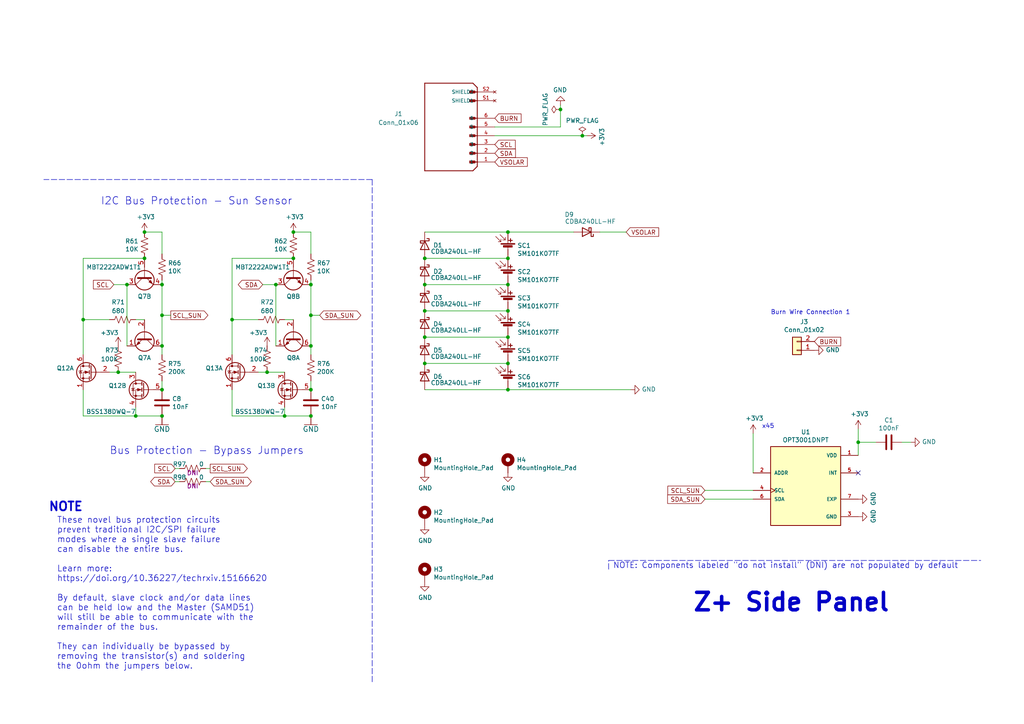
<source format=kicad_sch>
(kicad_sch (version 20211123) (generator eeschema)
  (paper "A4")
  (title_block (title "Sapling Z+ Side Panel") (date "2022-05-02") (rev "Flight Ver. 1") (company "Stanford SSI") (comment 1 "Grant Regen"))
  (lib_symbols
    (symbol "Connector_Generic:Conn_01x02" (pin_names (offset 1.016) hide)
      (property "Reference" "J" (at 0 2.54 0))
      (property "Value" "Conn_01x02" (at 0 -5.08 0))
      (symbol "Conn_01x02_1_1"
        (rectangle (start -1.27 -2.413) (end 0 -2.667) (stroke (width 0.1524)))
        (rectangle (start -1.27 0.127) (end 0 -0.127) (stroke (width 0.1524)))
        (rectangle (start -1.27 1.27) (end 1.27 -3.81) (stroke (width 0.254)) (fill (type background)))
        (pin passive line (at -5.08 0 0) (length 3.81) (name "Pin_1") (number "1"))
        (pin passive line (at -5.08 -2.54 0) (length 3.81) (name "Pin_2") (number "2"))
      )
    )
    (symbol "Device:C" (pin_numbers hide) (pin_names (offset 0.254))
      (property "Reference" "C" (at 0.635 2.54 0))
      (property "Value" "C" (at 0.635 -2.54 0))
      (symbol "C_0_1"
        (polyline (pts (xy -2.032 -0.762) (xy 2.032 -0.762)) (stroke (width 0.508)))
        (polyline (pts (xy -2.032 0.762) (xy 2.032 0.762)) (stroke (width 0.508)))
      )
      (symbol "C_1_1"
        (pin passive line (at 0 3.81 270) (length 2.794) (name "~") (number "1"))
        (pin passive line (at 0 -3.81 90) (length 2.794) (name "~") (number "2"))
      )
    )
    (symbol "Device:D_Schottky" (pin_numbers hide) (pin_names (offset 1.016) hide)
      (property "Reference" "D" (at 0 2.54 0))
      (property "Value" "D_Schottky" (at 0 -2.54 0))
      (symbol "D_Schottky_0_1"
        (polyline (pts (xy 1.27 0) (xy -1.27 0)))
        (polyline (pts (xy 1.27 1.27) (xy 1.27 -1.27) (xy -1.27 0) (xy 1.27 1.27)) (stroke (width 0.254)))
        (polyline (pts (xy -1.905 0.635) (xy -1.905 1.27) (xy -1.27 1.27) (xy -1.27 -1.27) (xy -0.635 -1.27) (xy -0.635 -0.635)) (stroke (width 0.254)))
      )
      (symbol "D_Schottky_1_1"
        (pin passive line (at -3.81 0 0) (length 2.54) (name "K") (number "1"))
        (pin passive line (at 3.81 0 180) (length 2.54) (name "A") (number "2"))
      )
    )
    (symbol "Device:R_US" (pin_numbers hide) (pin_names (offset 0))
      (property "Reference" "R" (at 2.54 0 90))
      (property "Value" "R_US" (at -2.54 0 90))
      (symbol "R_US_0_1"
        (polyline (pts (xy 0 -2.286) (xy 0 -2.54)))
        (polyline (pts (xy 0 2.286) (xy 0 2.54)))
        (polyline (pts (xy 0 -0.762) (xy 1.016 -1.143) (xy 0 -1.524) (xy -1.016 -1.905) (xy 0 -2.286)))
        (polyline (pts (xy 0 0.762) (xy 1.016 0.381) (xy 0 0) (xy -1.016 -0.381) (xy 0 -0.762)))
        (polyline (pts (xy 0 2.286) (xy 1.016 1.905) (xy 0 1.524) (xy -1.016 1.143) (xy 0 0.762)))
      )
      (symbol "R_US_1_1"
        (pin passive line (at 0 3.81 270) (length 1.27) (name "~") (number "1"))
        (pin passive line (at 0 -3.81 90) (length 1.27) (name "~") (number "2"))
      )
    )
    (symbol "Device:Solar_Cell" (pin_numbers hide) (pin_names (offset 0) hide)
      (property "Reference" "SC" (at 2.54 2.54 0))
      (property "Value" "Solar_Cell" (at 2.54 0 0))
      (symbol "Solar_Cell_0_1"
        (rectangle (start -2.032 1.778) (end 2.032 1.524) (fill (type outline)))
        (rectangle (start -1.3208 1.1938) (end 1.27 0.6858) (fill (type outline)))
        (polyline (pts (xy -2.032 2.286) (xy -3.556 3.81)))
        (polyline (pts (xy -0.762 2.794) (xy -2.286 4.318)))
        (polyline (pts (xy 0 0.762) (xy 0 0)))
        (polyline (pts (xy 0 1.778) (xy 0 2.54)))
        (polyline (pts (xy 0.254 2.667) (xy 1.27 2.667)) (stroke (width 0.254)))
        (polyline (pts (xy 0.762 3.175) (xy 0.762 2.159)) (stroke (width 0.254)))
        (polyline (pts (xy -2.032 3.048) (xy -2.032 2.286) (xy -2.794 2.286)))
        (polyline (pts (xy -0.762 3.556) (xy -0.762 2.794) (xy -1.524 2.794)))
      )
      (symbol "Solar_Cell_1_1"
        (pin passive line (at 0 5.08 270) (length 2.54) (name "+") (number "1"))
        (pin passive line (at 0 -2.54 90) (length 2.54) (name "-") (number "2"))
      )
    )
    (symbol "Mechanical:MountingHole_Pad" (pin_numbers hide) (pin_names (offset 1.016) hide)
      (property "Reference" "H" (at 0 6.35 0))
      (property "Value" "MountingHole_Pad" (at 0 4.445 0))
      (symbol "MountingHole_Pad_0_1"
        (circle (center 0 1.27) (radius 1.27) (stroke (width 1.27)))
      )
      (symbol "MountingHole_Pad_1_1"
        (pin input line (at 0 -2.54 90) (length 2.54) (name "1") (number "1"))
      )
    )
    (symbol "Transistor_BJT:MBT2222ADW1T1" (pin_names (offset 0) hide)
      (property "Reference" "Q" (at 5.08 1.27 0))
      (property "Value" "MBT2222ADW1T1" (at 5.08 -1.27 0))
      (symbol "MBT2222ADW1T1_0_1"
        (polyline (pts (xy 0.635 0) (xy -2.54 0)))
        (polyline (pts (xy 0.635 0.635) (xy 2.54 2.54)))
        (polyline (pts (xy 0.635 -0.635) (xy 2.54 -2.54) (xy 2.54 -2.54)))
        (polyline (pts (xy 0.635 1.905) (xy 0.635 -1.905) (xy 0.635 -1.905)) (stroke (width 0.508)))
        (polyline (pts (xy 1.27 -1.778) (xy 1.778 -1.27) (xy 2.286 -2.286) (xy 1.27 -1.778) (xy 1.27 -1.778)) (fill (type outline)))
        (circle (center 1.27 0) (radius 2.8194) (stroke (width 0.254)))
      )
      (symbol "MBT2222ADW1T1_1_1"
        (pin passive line (at 2.54 -5.08 90) (length 2.54) (name "E1") (number "1"))
        (pin input line (at -5.08 0 0) (length 2.54) (name "B1") (number "2"))
        (pin passive line (at 2.54 5.08 270) (length 2.54) (name "C1") (number "6"))
      )
      (symbol "MBT2222ADW1T1_2_1"
        (pin passive line (at 2.54 5.08 270) (length 2.54) (name "C2") (number "3"))
        (pin passive line (at 2.54 -5.08 90) (length 2.54) (name "E2") (number "4"))
        (pin input line (at -5.08 0 0) (length 2.54) (name "B2") (number "5"))
      )
    )
    (symbol "mainboard:BSS138DWQ-7" (pin_names (offset 0.762) hide)
      (property "Reference" "Q" (at -2.54 5.08 0))
      (property "Value" "BSS138DWQ-7" (at 3.81 6.35 0))
      (symbol "BSS138DWQ-7_1_1"
        (polyline (pts (xy -1.016 0) (xy -3.81 0)))
        (polyline (pts (xy -1.016 1.905) (xy -1.016 -1.905)) (stroke (width 0.254)))
        (polyline (pts (xy -0.508 -1.27) (xy -0.508 -2.286)) (stroke (width 0.254)))
        (polyline (pts (xy -0.508 0.508) (xy -0.508 -0.508)) (stroke (width 0.254)))
        (polyline (pts (xy -0.508 2.286) (xy -0.508 1.27)) (stroke (width 0.254)))
        (polyline (pts (xy 1.27 2.54) (xy 1.27 1.778)))
        (polyline (pts (xy 1.27 -2.54) (xy 1.27 0) (xy -0.508 0)))
        (polyline (pts (xy -0.508 -1.778) (xy 2.032 -1.778) (xy 2.032 1.778) (xy -0.508 1.778)))
        (polyline (pts (xy -0.254 0) (xy 0.762 0.381) (xy 0.762 -0.381) (xy -0.254 0)) (fill (type outline)))
        (polyline (pts (xy 1.524 0.508) (xy 1.651 0.381) (xy 2.413 0.381) (xy 2.54 0.254)))
        (polyline (pts (xy 2.032 0.381) (xy 1.651 -0.254) (xy 2.413 -0.254) (xy 2.032 0.381)))
        (circle (center 0.381 0) (radius 2.794) (stroke (width 0.254)))
        (circle (center 1.27 -1.778) (radius 0.254) (fill (type outline)))
        (circle (center 1.27 1.778) (radius 0.254) (fill (type outline)))
        (pin passive line (at 1.27 -5.08 90) (length 2.54) (name "S2") (number "1"))
        (pin input line (at -6.35 0 0) (length 2.54) (name "G2") (number "2"))
        (pin passive line (at 1.27 5.08 270) (length 2.54) (name "D1") (number "6"))
      )
      (symbol "BSS138DWQ-7_2_1"
        (polyline (pts (xy -1.016 0) (xy -3.81 0)))
        (polyline (pts (xy -1.016 1.905) (xy -1.016 -1.905)) (stroke (width 0.254)))
        (polyline (pts (xy -0.508 -1.27) (xy -0.508 -2.286)) (stroke (width 0.254)))
        (polyline (pts (xy -0.508 0.508) (xy -0.508 -0.508)) (stroke (width 0.254)))
        (polyline (pts (xy -0.508 2.286) (xy -0.508 1.27)) (stroke (width 0.254)))
        (polyline (pts (xy 1.27 2.54) (xy 1.27 1.778)))
        (polyline (pts (xy 1.27 -2.54) (xy 1.27 0) (xy -0.508 0)))
        (polyline (pts (xy -0.508 -1.778) (xy 2.032 -1.778) (xy 2.032 1.778) (xy -0.508 1.778)))
        (polyline (pts (xy -0.254 0) (xy 0.762 0.381) (xy 0.762 -0.381) (xy -0.254 0)) (fill (type outline)))
        (polyline (pts (xy 1.524 0.508) (xy 1.651 0.381) (xy 2.413 0.381) (xy 2.54 0.254)))
        (polyline (pts (xy 2.032 0.381) (xy 1.651 -0.254) (xy 2.413 -0.254) (xy 2.032 0.381)))
        (circle (center 0.381 0) (radius 2.794) (stroke (width 0.254)))
        (circle (center 1.27 -1.778) (radius 0.254) (fill (type outline)))
        (circle (center 1.27 1.778) (radius 0.254) (fill (type outline)))
        (pin passive line (at 1.27 5.08 270) (length 2.54) (name "D2") (number "3"))
        (pin passive line (at 1.27 -5.08 90) (length 2.54) (name "S1") (number "4"))
        (pin input line (at -6.35 0 0) (length 2.54) (name "G1") (number "5"))
      )
    )
    (symbol "mainboard:GND" (power) (pin_names (offset 1.016))
      (property "Value" "GND" (at -2.54 -2.54 0))
      (symbol "GND_1_0"
        (polyline (pts (xy -1.905 0) (xy 1.905 0)))
        (pin power_in line (at 0 2.54 270) (length 2.54) (name "GND") (number "1"))
      )
    )
    (symbol "power:+3.3V" (power) (pin_names (offset 0))
      (property "Value" "+3.3V" (at 0 3.556 0))
      (symbol "+3.3V_0_1"
        (polyline (pts (xy -0.762 1.27) (xy 0 2.54)))
        (polyline (pts (xy 0 0) (xy 0 2.54)))
        (polyline (pts (xy 0 2.54) (xy 0.762 1.27)))
      )
      (symbol "+3.3V_1_1"
        (pin power_in line (at 0 0 90) (length 0) hide (name "+3V3") (number "1"))
      )
    )
    (symbol "power:GND" (power) (pin_names (offset 0))
      (property "Value" "GND" (at 0 -3.81 0))
      (symbol "GND_0_1"
        (polyline (pts (xy 0 0) (xy 0 -1.27) (xy 1.27 -1.27) (xy 0 -2.54) (xy -1.27 -1.27) (xy 0 -1.27)))
      )
      (symbol "GND_1_1"
        (pin power_in line (at 0 0 270) (length 0) hide (name "GND") (number "1"))
      )
    )
    (symbol "power:PWR_FLAG" (power) (pin_numbers hide) (pin_names (offset 0) hide)
      (property "Value" "PWR_FLAG" (at 0 3.81 0))
      (symbol "PWR_FLAG_0_0"
        (pin power_out line (at 0 0 90) (length 0) (name "pwr") (number "1"))
      )
      (symbol "PWR_FLAG_0_1"
        (polyline (pts (xy 0 0) (xy 0 1.27) (xy -1.016 1.905) (xy 0 2.54) (xy 1.016 1.905) (xy 0 1.27)))
      )
    )
    (symbol "solar-panel-side-Z-plus-rescue:2053380006-sapling" (pin_names (offset 1.016))
      (property "Reference" "J" (at -7.62 13.97 0))
      (property "Value" "2053380006-sapling" (at -7.62 -15.24 0))
      (symbol "2053380006-sapling_0_0"
        (rectangle (start -6.985 -10.4648) (end -5.3848 -9.8298) (fill (type outline)))
        (rectangle (start -6.985 -7.9248) (end -5.3848 -7.2898) (fill (type outline)))
        (rectangle (start -6.985 -2.8448) (end -5.3848 -2.2098) (fill (type outline)))
        (rectangle (start -6.985 -0.3048) (end -5.3848 0.3048) (fill (type outline)))
        (rectangle (start -6.985 2.2098) (end -5.3848 2.8448) (fill (type outline)))
        (rectangle (start -6.985 4.7498) (end -5.3848 5.3848) (fill (type outline)))
        (rectangle (start -6.985 7.2898) (end -5.3848 7.9248) (fill (type outline)))
        (rectangle (start -6.985 9.8298) (end -5.3848 10.4648) (fill (type outline)))
        (polyline (pts (xy -7.62 -11.43) (xy -6.35 -12.7)) (stroke (width 0.254)))
        (polyline (pts (xy -7.62 -10.16) (xy -5.715 -10.16)) (stroke (width 0.254)))
        (polyline (pts (xy -7.62 -7.62) (xy -5.715 -7.62)) (stroke (width 0.254)))
        (polyline (pts (xy -7.62 -2.54) (xy -7.62 -11.43)) (stroke (width 0.254)))
        (polyline (pts (xy -7.62 -2.54) (xy -5.715 -2.54)) (stroke (width 0.254)))
        (polyline (pts (xy -7.62 0) (xy -7.62 -2.54)) (stroke (width 0.254)))
        (polyline (pts (xy -7.62 0) (xy -5.715 0)) (stroke (width 0.254)))
        (polyline (pts (xy -7.62 2.54) (xy -7.62 0)) (stroke (width 0.254)))
        (polyline (pts (xy -7.62 2.54) (xy -5.715 2.54)) (stroke (width 0.254)))
        (polyline (pts (xy -7.62 5.08) (xy -7.62 2.54)) (stroke (width 0.254)))
        (polyline (pts (xy -7.62 5.08) (xy -5.715 5.08)) (stroke (width 0.254)))
        (polyline (pts (xy -7.62 7.62) (xy -5.715 7.62)) (stroke (width 0.254)))
        (polyline (pts (xy -7.62 10.16) (xy -5.715 10.16)) (stroke (width 0.254)))
        (polyline (pts (xy -7.62 11.43) (xy -7.62 5.08)) (stroke (width 0.254)))
        (polyline (pts (xy -7.62 11.43) (xy -6.35 12.7)) (stroke (width 0.254)))
        (polyline (pts (xy -6.35 -12.7) (xy 7.62 -12.7)) (stroke (width 0.254)))
        (polyline (pts (xy 7.62 -12.7) (xy 7.62 12.7)) (stroke (width 0.254)))
        (polyline (pts (xy 7.62 12.7) (xy -6.35 12.7)) (stroke (width 0.254)))
        (pin passive line (at -12.7 10.16 0) (length 5.08) (name "1") (number "1"))
        (pin passive line (at -12.7 7.62 0) (length 5.08) (name "2") (number "2"))
        (pin passive line (at -12.7 5.08 0) (length 5.08) (name "3") (number "3"))
        (pin passive line (at -12.7 2.54 0) (length 5.08) (name "4") (number "4"))
        (pin passive line (at -12.7 0 0) (length 5.08) (name "5") (number "5"))
        (pin passive line (at -12.7 -2.54 0) (length 5.08) (name "6") (number "6"))
        (pin no_connect line (at -12.7 -7.62 0) (length 5.08) (name "SHIELD1") (number "S1"))
        (pin no_connect line (at -12.7 -10.16 0) (length 5.08) (name "SHIELD2") (number "S2"))
      )
    )
    (symbol "solar-panel-side-Z-plus-rescue:OPT3001DNPT-sapling" (pin_names (offset 1.016))
      (property "Reference" "U" (at -10.16 13.97 0))
      (property "Value" "OPT3001DNPT-sapling" (at -6.35 -12.7 0))
      (symbol "OPT3001DNPT-sapling_0_0"
        (rectangle (start -10.16 -10.16) (end 10.16 12.7) (stroke (width 0.254)) (fill (type background)))
        (pin power_in line (at 15.24 10.16 180) (length 5.08) (name "VDD") (number "1"))
        (pin input line (at -15.24 5.08 0) (length 5.08) (name "ADDR") (number "2"))
        (pin power_in line (at 15.24 -7.62 180) (length 5.08) (name "GND") (number "3"))
        (pin input clock (at -15.24 0 0) (length 5.08) (name "SCL") (number "4"))
        (pin output line (at 15.24 5.08 180) (length 5.08) (name "INT") (number "5"))
        (pin bidirectional line (at -15.24 -2.54 0) (length 5.08) (name "SDA") (number "6"))
        (pin passive line (at 15.24 -2.54 180) (length 5.08) (name "EXP") (number "7"))
      )
    )
  )
  (junction (at 46.99 91.44))
  (junction (at 123.19 82.55))
  (junction (at 34.29 107.95))
  (junction (at 248.92 128.27))
  (junction (at 46.99 120.65))
  (junction (at 67.31 92.71))
  (junction (at 147.32 82.55))
  (junction (at 85.09 67.31))
  (junction (at 90.17 100.33))
  (junction (at 168.91 39.37))
  (junction (at 39.37 120.65))
  (junction (at 147.32 74.93))
  (junction (at 123.19 105.41))
  (junction (at 85.09 74.93))
  (junction (at 147.32 67.31))
  (junction (at 90.17 120.65))
  (junction (at 162.56 31.75))
  (junction (at 123.19 97.79))
  (junction (at 90.17 82.55))
  (junction (at 147.32 97.79))
  (junction (at 41.91 67.31))
  (junction (at 80.01 82.55))
  (junction (at 90.17 91.44))
  (junction (at 147.32 105.41))
  (junction (at 123.19 74.93))
  (junction (at 46.99 100.33))
  (junction (at 123.19 90.17))
  (junction (at 90.17 113.03))
  (junction (at 82.55 120.65))
  (junction (at 24.13 92.71))
  (junction (at 147.32 90.17))
  (junction (at 147.32 113.03))
  (junction (at 41.91 74.93))
  (junction (at 36.83 82.55))
  (junction (at 46.99 113.03))
  (junction (at 46.99 82.55))
  (junction (at 77.47 107.95))
  (no_connect (at 248.92 137.16))
  (wire (pts (xy 24.13 113.03) (xy 24.13 120.65)))
  (wire (pts (xy 46.99 110.49) (xy 46.99 113.03)))
  (wire (pts (xy 123.19 105.41) (xy 147.32 105.41)))
  (wire (pts (xy 46.99 91.44) (xy 46.99 82.55)))
  (wire (pts (xy 254 128.27) (xy 248.92 128.27)))
  (wire (pts (xy 123.19 82.55) (xy 147.32 82.55)))
  (wire (pts (xy 173.99 67.31) (xy 181.61 67.31)))
  (wire (pts (xy 39.37 120.65) (xy 46.99 120.65)))
  (wire (pts (xy 90.17 73.66) (xy 90.17 67.31)))
  (wire (pts (xy 143.51 36.83) (xy 162.56 36.83)))
  (wire (pts (xy 50.8 139.7) (xy 52.07 139.7)))
  (wire (pts (xy 24.13 102.87) (xy 24.13 92.71)))
  (polyline (pts (xy 107.95 52.07) (xy 107.95 198.12)))
  (wire (pts (xy 41.91 92.71) (xy 39.37 92.71)))
  (wire (pts (xy 36.83 82.55) (xy 36.83 100.33)))
  (wire (pts (xy 123.19 113.03) (xy 147.32 113.03)))
  (wire (pts (xy 46.99 100.33) (xy 46.99 91.44)))
  (wire (pts (xy 168.91 39.37) (xy 170.18 39.37)))
  (wire (pts (xy 24.13 74.93) (xy 41.91 74.93)))
  (wire (pts (xy 24.13 92.71) (xy 31.75 92.71)))
  (wire (pts (xy 60.96 135.89) (xy 59.69 135.89)))
  (wire (pts (xy 80.01 82.55) (xy 80.01 100.33)))
  (wire (pts (xy 248.92 132.08) (xy 248.92 128.27)))
  (wire (pts (xy 46.99 102.87) (xy 46.99 100.33)))
  (wire (pts (xy 39.37 107.95) (xy 34.29 107.95)))
  (wire (pts (xy 147.32 113.03) (xy 182.88 113.03)))
  (wire (pts (xy 39.37 118.11) (xy 39.37 120.65)))
  (wire (pts (xy 90.17 100.33) (xy 90.17 91.44)))
  (wire (pts (xy 123.19 67.31) (xy 147.32 67.31)))
  (wire (pts (xy 34.29 107.95) (xy 31.75 107.95)))
  (wire (pts (xy 82.55 107.95) (xy 77.47 107.95)))
  (wire (pts (xy 143.51 39.37) (xy 168.91 39.37)))
  (wire (pts (xy 67.31 74.93) (xy 85.09 74.93)))
  (wire (pts (xy 77.47 107.95) (xy 74.93 107.95)))
  (wire (pts (xy 248.92 128.27) (xy 248.92 124.46)))
  (wire (pts (xy 90.17 102.87) (xy 90.17 100.33)))
  (wire (pts (xy 90.17 67.31) (xy 85.09 67.31)))
  (wire (pts (xy 162.56 31.75) (xy 162.56 30.48)))
  (wire (pts (xy 204.47 142.24) (xy 218.44 142.24)))
  (wire (pts (xy 85.09 92.71) (xy 82.55 92.71)))
  (wire (pts (xy 67.31 102.87) (xy 67.31 92.71)))
  (wire (pts (xy 90.17 81.28) (xy 90.17 82.55)))
  (wire (pts (xy 76.2 82.55) (xy 80.01 82.55)))
  (wire (pts (xy 24.13 92.71) (xy 24.13 74.93)))
  (wire (pts (xy 33.02 82.55) (xy 36.83 82.55)))
  (wire (pts (xy 82.55 120.65) (xy 90.17 120.65)))
  (wire (pts (xy 67.31 113.03) (xy 67.31 120.65)))
  (wire (pts (xy 162.56 36.83) (xy 162.56 31.75)))
  (wire (pts (xy 67.31 120.65) (xy 82.55 120.65)))
  (polyline (pts (xy 176.53 162.56) (xy 284.48 162.56)))
  (wire (pts (xy 49.53 91.44) (xy 46.99 91.44)))
  (wire (pts (xy 82.55 118.11) (xy 82.55 120.65)))
  (wire (pts (xy 92.71 91.44) (xy 90.17 91.44)))
  (wire (pts (xy 46.99 73.66) (xy 46.99 67.31)))
  (wire (pts (xy 46.99 81.28) (xy 46.99 82.55)))
  (polyline (pts (xy 176.53 165.1) (xy 176.53 162.56)))
  (wire (pts (xy 60.96 139.7) (xy 59.69 139.7)))
  (wire (pts (xy 261.62 128.27) (xy 264.16 128.27)))
  (wire (pts (xy 123.19 90.17) (xy 147.32 90.17)))
  (polyline (pts (xy 107.95 52.07) (xy 12.7 52.07)))
  (wire (pts (xy 218.44 137.16) (xy 218.44 125.73)))
  (wire (pts (xy 24.13 120.65) (xy 39.37 120.65)))
  (wire (pts (xy 50.8 135.89) (xy 52.07 135.89)))
  (wire (pts (xy 166.37 67.31) (xy 147.32 67.31)))
  (wire (pts (xy 67.31 92.71) (xy 74.93 92.71)))
  (wire (pts (xy 204.47 144.78) (xy 218.44 144.78)))
  (wire (pts (xy 123.19 74.93) (xy 147.32 74.93)))
  (wire (pts (xy 123.19 97.79) (xy 147.32 97.79)))
  (wire (pts (xy 90.17 110.49) (xy 90.17 113.03)))
  (wire (pts (xy 67.31 92.71) (xy 67.31 74.93)))
  (wire (pts (xy 90.17 91.44) (xy 90.17 82.55)))
  (wire (pts (xy 46.99 67.31) (xy 41.91 67.31)))
  (text "Burn Wire Connection 1\n" (at 223.52 91.44 0) (effects (font (size 1.27 1.27)) (justify left bottom)))
  (text "These novel bus protection circuits\nprevent traditional I2C/SPI failure \nmodes where a single slave failure\ncan disable the entire bus.\n\nLearn more: \nhttps://doi.org/10.36227/techrxiv.15166620\n\nBy default, slave clock and/or data lines \ncan be held low and the Master (SAMD51) \nwill still be able to communicate with the \nremainder of the bus.\n\nThey can individually be bypassed by \nremoving the transistor(s) and soldering\nthe 0ohm the jumpers below." (at 16.51 194.31 0) (effects (font (size 1.7526 1.7526)) (justify left bottom)))
  (text "Z+ Side Panel" (at 200.66 177.8 0) (effects (font (size 5.08 5.08) (thickness 1.016) bold) (justify left bottom)))
  (text "x45" (at 220.98 124.46 0) (effects (font (size 1.27 1.27)) (justify left bottom)))
  (text "NOTE: Components labeled \"do not install\" (DNI) are not populated by default" (at 177.8 165.1 0) (effects (font (size 1.651 1.651)) (justify left bottom)))
  (text "I2C Bus Protection - Sun Sensor" (at 29.21 59.69 0) (effects (font (size 2.159 2.159)) (justify left bottom)))
  (text "NOTE" (at 13.97 148.59 0) (effects (font (size 2.54 2.54) (thickness 0.508) bold) (justify left bottom)))
  (text "Bus Protection - Bypass Jumpers" (at 31.75 132.08 0) (effects (font (size 2.159 2.159)) (justify left bottom)))
  (global_label "VSOLAR" (shape input) (at 181.61 67.31 0) (property "Intersheet References" "${INTERSHEET_REFS}" (effects hide)))
  (global_label "SCL" (shape input) (at 143.51 41.91 0) (property "Intersheet References" "${INTERSHEET_REFS}" (effects hide)))
  (global_label "SCL_SUN" (shape output) (at 49.53 91.44 0) (property "Intersheet References" "${INTERSHEET_REFS}" (effects hide)))
  (global_label "SDA" (shape bidirectional) (at 50.8 139.7 180) (property "Intersheet References" "${INTERSHEET_REFS}" (effects hide)))
  (global_label "BURN" (shape input) (at 143.51 34.29 0) (property "Intersheet References" "${INTERSHEET_REFS}" (effects hide)))
  (global_label "SCL_SUN" (shape output) (at 60.96 135.89 0) (property "Intersheet References" "${INTERSHEET_REFS}" (effects hide)))
  (global_label "SCL" (shape input) (at 33.02 82.55 180) (property "Intersheet References" "${INTERSHEET_REFS}" (effects hide)))
  (global_label "SCL" (shape input) (at 50.8 135.89 180) (property "Intersheet References" "${INTERSHEET_REFS}" (effects hide)))
  (global_label "SDA" (shape bidirectional) (at 76.2 82.55 180) (property "Intersheet References" "${INTERSHEET_REFS}" (effects hide)))
  (global_label "BURN" (shape input) (at 236.22 99.06 0) (property "Intersheet References" "${INTERSHEET_REFS}" (effects hide)))
  (global_label "SDA" (shape input) (at 143.51 44.45 0) (property "Intersheet References" "${INTERSHEET_REFS}" (effects hide)))
  (global_label "SDA_SUN" (shape bidirectional) (at 60.96 139.7 0) (property "Intersheet References" "${INTERSHEET_REFS}" (effects hide)))
  (global_label "SDA_SUN" (shape input) (at 204.47 144.78 180) (property "Intersheet References" "${INTERSHEET_REFS}" (effects hide)))
  (global_label "VSOLAR" (shape input) (at 143.51 46.99 0) (property "Intersheet References" "${INTERSHEET_REFS}" (effects hide)))
  (global_label "SCL_SUN" (shape input) (at 204.47 142.24 180) (property "Intersheet References" "${INTERSHEET_REFS}" (effects hide)))
  (global_label "SDA_SUN" (shape bidirectional) (at 92.71 91.44 0) (property "Intersheet References" "${INTERSHEET_REFS}" (effects hide)))
  (symbol (lib_id "mainboard:BSS138DWQ-7") (at 25.4 107.95 0) (mirror y) (unit 1)
    (property "Reference" "Q12" (at 21.463 106.7816 0) (effects (justify left)))
    (property "Value" "BSS138DWQ-7" (at 39.37 119.38 0) (effects (justify left)))
    (property "Footprint" "sapling:BSS138DWQ-7" (effects hide))
    (property "Datasheet" "https://www.diodes.com/assets/Datasheets/BSS138DWQ.pdf" (effects hide))
    (property "Description" "Dual N-Channel MOSFET - 2NMOS" (effects hide))
    (property "Flight" "BSS138DWQ-7" (effects hide))
    (property "Manufacturer_Name" "Diodes Incorporated" (effects hide))
    (property "Manufacturer_Part_Number" "BSS138DWQ-7" (effects hide))
    (property "Proto" "BSS138DWQ-7" (effects hide))
  )
  (symbol (lib_id "mainboard:BSS138DWQ-7") (at 40.64 113.03 0) (mirror y) (unit 2)
    (property "Reference" "Q12" (at 36.703 111.8616 0) (effects (justify left)))
    (property "Value" "BSS138DWQ-7" (effects hide))
    (property "Footprint" "sapling:BSS138DWQ-7" (effects hide))
    (property "Datasheet" "https://www.diodes.com/assets/Datasheets/BSS138DWQ.pdf" (effects hide))
    (property "Description" "Dual N-Channel MOSFET - 2NMOS" (effects hide))
    (property "Flight" "BSS138DWQ-7" (effects hide))
    (property "Manufacturer_Name" "Diodes Incorporated" (effects hide))
    (property "Manufacturer_Part_Number" "BSS138DWQ-7" (effects hide))
    (property "Proto" "BSS138DWQ-7" (effects hide))
  )
  (symbol (lib_id "Transistor_BJT:MBT2222ADW1T1") (at 41.91 97.79 270) (unit 1)
    (property "Reference" "Q7" (at 41.91 103.7844 90))
    (property "Value" "MBT2222ADW1T1" (effects hide))
    (property "Footprint" "Package_TO_SOT_SMD:SOT-363_SC-70-6" (effects hide))
    (property "Datasheet" "http://www.onsemi.com/pub_link/Collateral/MBT2222ADW1T1-D.PDF" (effects hide))
    (property "Description" "Dual NPN BJT - 2NPN" (effects hide))
    (property "Flight" "MBT2222ADW1T1G" (effects hide))
    (property "Manufacturer_Name" "ON Semiconductor" (effects hide))
    (property "Manufacturer_Part_Number" "MBT2222ADW1T1G" (effects hide))
    (property "Proto" "MBT2222ADW1T1G" (effects hide))
  )
  (symbol (lib_id "Transistor_BJT:MBT2222ADW1T1") (at 41.91 80.01 90) (mirror x) (unit 2)
    (property "Reference" "Q7" (at 41.91 85.979 90))
    (property "Value" "MBT2222ADW1T1" (at 33.02 77.47 90))
    (property "Footprint" "Package_TO_SOT_SMD:SOT-363_SC-70-6" (effects hide))
    (property "Datasheet" "http://www.onsemi.com/pub_link/Collateral/MBT2222ADW1T1-D.PDF" (effects hide))
    (property "Description" "Dual NPN BJT - 2NPN" (effects hide))
    (property "Flight" "MBT2222ADW1T1G" (effects hide))
    (property "Manufacturer_Name" "ON Semiconductor" (effects hide))
    (property "Manufacturer_Part_Number" "MBT2222ADW1T1G" (effects hide))
    (property "Proto" "MBT2222ADW1T1G" (effects hide))
  )
  (symbol (lib_id "Device:C") (at 46.99 116.84 0) (unit 1)
    (property "Reference" "C8" (at 49.911 115.6716 0) (effects (justify left)))
    (property "Value" "10nF" (at 49.911 117.983 0) (effects (justify left)))
    (property "Footprint" "Capacitor_SMD:C_0603_1608Metric" (effects hide))
    (property "Description" "10nF +-10% 50V X7R" (effects hide))
  )
  (symbol (lib_id "mainboard:GND") (at 46.99 123.19 0) (unit 1)
    (property "Reference" "#GND045" (effects hide))
    (property "Value" "GND" (at 46.99 124.46 0) (effects (font (size 1.4986 1.4986))))
  )
  (symbol (lib_id "Device:R_US") (at 46.99 77.47 0) (unit 1)
    (property "Reference" "R66" (at 48.7172 76.3016 0) (effects (justify left)))
    (property "Value" "10K" (at 48.7172 78.613 0) (effects (justify left)))
    (property "Footprint" "Resistor_SMD:R_0603_1608Metric" (effects hide))
    (property "Description" "10K 0603" (effects hide))
  )
  (symbol (lib_id "Device:R_US") (at 41.91 71.12 0) (unit 1)
    (property "Reference" "R61" (at 40.2082 69.9516 0) (effects (justify right)))
    (property "Value" "10K" (at 40.2082 72.263 0) (effects (justify right)))
    (property "Footprint" "Resistor_SMD:R_0603_1608Metric" (effects hide))
    (property "Description" "10K 0603" (effects hide))
  )
  (symbol (lib_id "Device:R_US") (at 35.56 92.71 270) (unit 1)
    (property "Reference" "R71" (at 34.29 87.63 90))
    (property "Value" "680" (at 34.29 90.17 90))
    (property "Footprint" "Resistor_SMD:R_0603_1608Metric" (effects hide))
    (property "Description" "680 0603" (effects hide))
  )
  (symbol (lib_id "Device:R_US") (at 34.29 104.14 0) (unit 1)
    (property "Reference" "R73" (at 30.48 101.6 0) (effects (justify left)))
    (property "Value" "100K" (at 29.21 104.14 0) (effects (justify left)))
    (property "Footprint" "Resistor_SMD:R_0603_1608Metric" (effects hide))
    (property "Description" "100K 0603" (effects hide))
  )
  (symbol (lib_id "Device:R_US") (at 46.99 106.68 0) (unit 1)
    (property "Reference" "R75" (at 48.7172 105.5116 0) (effects (justify left)))
    (property "Value" "200K" (at 48.7172 107.823 0) (effects (justify left)))
    (property "Footprint" "Resistor_SMD:R_0603_1608Metric" (effects hide))
    (property "Description" "200K 0603" (effects hide))
  )
  (symbol (lib_id "Transistor_BJT:MBT2222ADW1T1") (at 85.09 97.79 270) (unit 1)
    (property "Reference" "Q8" (at 85.09 103.7844 90))
    (property "Value" "MBT2222ADW1T1" (effects hide))
    (property "Footprint" "Package_TO_SOT_SMD:SOT-363_SC-70-6" (effects hide))
    (property "Datasheet" "http://www.onsemi.com/pub_link/Collateral/MBT2222ADW1T1-D.PDF" (effects hide))
    (property "Description" "Dual NPN BJT - 2NPN" (effects hide))
    (property "Flight" "MBT2222ADW1T1G" (effects hide))
    (property "Manufacturer_Name" "ON Semiconductor" (effects hide))
    (property "Manufacturer_Part_Number" "MBT2222ADW1T1G" (effects hide))
    (property "Proto" "MBT2222ADW1T1G" (effects hide))
  )
  (symbol (lib_id "Transistor_BJT:MBT2222ADW1T1") (at 85.09 80.01 90) (mirror x) (unit 2)
    (property "Reference" "Q8" (at 85.09 85.979 90))
    (property "Value" "MBT2222ADW1T1" (at 76.2 77.47 90))
    (property "Footprint" "Package_TO_SOT_SMD:SOT-363_SC-70-6" (effects hide))
    (property "Datasheet" "http://www.onsemi.com/pub_link/Collateral/MBT2222ADW1T1-D.PDF" (effects hide))
    (property "Description" "Dual NPN BJT - 2NPN" (effects hide))
    (property "Flight" "MBT2222ADW1T1G" (effects hide))
    (property "Manufacturer_Name" "ON Semiconductor" (effects hide))
    (property "Manufacturer_Part_Number" "MBT2222ADW1T1G" (effects hide))
    (property "Proto" "MBT2222ADW1T1G" (effects hide))
  )
  (symbol (lib_id "Device:C") (at 90.17 116.84 0) (unit 1)
    (property "Reference" "C40" (at 93.091 115.6716 0) (effects (justify left)))
    (property "Value" "10nF" (at 93.091 117.983 0) (effects (justify left)))
    (property "Footprint" "Capacitor_SMD:C_0603_1608Metric" (effects hide))
    (property "Description" "10nF +-10% 50V X7R" (effects hide))
  )
  (symbol (lib_id "mainboard:GND") (at 90.17 123.19 0) (unit 1)
    (property "Reference" "#GND046" (effects hide))
    (property "Value" "GND" (at 90.17 124.46 0) (effects (font (size 1.4986 1.4986))))
  )
  (symbol (lib_id "Device:R_US") (at 85.09 71.12 0) (unit 1)
    (property "Reference" "R62" (at 83.3882 69.9516 0) (effects (justify right)))
    (property "Value" "10K" (at 83.3882 72.263 0) (effects (justify right)))
    (property "Footprint" "Resistor_SMD:R_0603_1608Metric" (effects hide))
    (property "Description" "10K 0603" (effects hide))
  )
  (symbol (lib_id "Device:R_US") (at 78.74 92.71 270) (unit 1)
    (property "Reference" "R72" (at 77.47 87.63 90))
    (property "Value" "680" (at 77.47 90.17 90))
    (property "Footprint" "Resistor_SMD:R_0603_1608Metric" (effects hide))
    (property "Description" "680 0603" (effects hide))
  )
  (symbol (lib_id "mainboard:BSS138DWQ-7") (at 83.82 113.03 0) (mirror y) (unit 2)
    (property "Reference" "Q13" (at 79.883 111.8616 0) (effects (justify left)))
    (property "Value" "BSS138DWQ-7" (effects hide))
    (property "Footprint" "sapling:BSS138DWQ-7" (effects hide))
    (property "Datasheet" "https://www.diodes.com/assets/Datasheets/BSS138DWQ.pdf" (effects hide))
    (property "Description" "Dual N-Channel MOSFET - 2NMOS" (effects hide))
    (property "Flight" "BSS138DWQ-7" (effects hide))
    (property "Manufacturer_Name" "Diodes Incorporated" (effects hide))
    (property "Manufacturer_Part_Number" "BSS138DWQ-7" (effects hide))
    (property "Proto" "BSS138DWQ-7" (effects hide))
  )
  (symbol (lib_id "Device:R_US") (at 90.17 106.68 0) (unit 1)
    (property "Reference" "R76" (at 91.8972 105.5116 0) (effects (justify left)))
    (property "Value" "200K" (at 91.8972 107.823 0) (effects (justify left)))
    (property "Footprint" "Resistor_SMD:R_0603_1608Metric" (effects hide))
    (property "Description" "200K 0603" (effects hide))
  )
  (symbol (lib_id "Device:R_US") (at 77.47 104.14 0) (unit 1)
    (property "Reference" "R74" (at 73.66 101.6 0) (effects (justify left)))
    (property "Value" "100K" (at 72.39 104.14 0) (effects (justify left)))
    (property "Footprint" "Resistor_SMD:R_0603_1608Metric" (effects hide))
    (property "Description" "100K 0603" (effects hide))
  )
  (symbol (lib_id "mainboard:BSS138DWQ-7") (at 68.58 107.95 0) (mirror y) (unit 1)
    (property "Reference" "Q13" (at 64.643 106.7816 0) (effects (justify left)))
    (property "Value" "BSS138DWQ-7" (at 82.55 119.38 0) (effects (justify left)))
    (property "Footprint" "sapling:BSS138DWQ-7" (effects hide))
    (property "Datasheet" "https://www.diodes.com/assets/Datasheets/BSS138DWQ.pdf" (effects hide))
    (property "Description" "Dual N-Channel MOSFET - 2NMOS" (effects hide))
    (property "Flight" "BSS138DWQ-7" (effects hide))
    (property "Manufacturer_Name" "Diodes Incorporated" (effects hide))
    (property "Manufacturer_Part_Number" "BSS138DWQ-7" (effects hide))
    (property "Proto" "BSS138DWQ-7" (effects hide))
  )
  (symbol (lib_id "Device:R_US") (at 90.17 77.47 0) (unit 1)
    (property "Reference" "R67" (at 91.8972 76.3016 0) (effects (justify left)))
    (property "Value" "10K" (at 91.8972 78.613 0) (effects (justify left)))
    (property "Footprint" "Resistor_SMD:R_0603_1608Metric" (effects hide))
    (property "Description" "10K 0603" (effects hide))
  )
  (symbol (lib_id "Device:R_US") (at 55.88 135.89 270) (unit 1)
    (property "Reference" "R97" (at 52.07 134.62 90))
    (property "Value" "0" (at 58.42 134.62 90))
    (property "Footprint" "Resistor_SMD:R_0603_1608Metric" (effects hide))
    (property "DNI" "DNI" (at 55.88 137.16 90))
    (property "Description" "0 0603" (effects hide))
  )
  (symbol (lib_id "Device:R_US") (at 55.88 139.7 270) (unit 1)
    (property "Reference" "R98" (at 52.07 138.43 90))
    (property "Value" "0" (at 58.42 138.43 90))
    (property "Footprint" "Resistor_SMD:R_0603_1608Metric" (effects hide))
    (property "DNI" "DNI" (at 55.88 140.97 90))
    (property "Description" "0 0603" (effects hide))
  )
  (symbol (lib_id "Device:D_Schottky") (at 123.19 78.74 270) (unit 1)
    (property "Reference" "D2" (at 127 78.74 90))
    (property "Value" "CDBA240LL-HF" (at 139.7 81.28 90) (effects (justify right bottom)))
    (property "Footprint" "sapling:DO-214AC" (effects hide))
  )
  (symbol (lib_id "Device:Solar_Cell") (at 147.32 80.01 0) (unit 1)
    (property "Reference" "SC2" (at 150.0632 78.8416 0) (effects (justify left)))
    (property "Value" "SM101K07TF" (at 150.0632 81.153 0) (effects (justify left)))
    (property "Footprint" "sapling:SM101K07TF" (effects hide))
  )
  (symbol (lib_id "solar-panel-side-Z-plus-rescue:OPT3001DNPT-sapling") (at 233.68 142.24 0) (unit 1)
    (property "Reference" "U1" (at 233.68 125.2982 0))
    (property "Value" "OPT3001DNPT" (at 233.68 127.6096 0))
    (property "Footprint" "sapling:OPT3001" (effects hide))
    (property "STANDARD" "IPC 7351B" (effects hide))
  )
  (symbol (lib_id "Device:C") (at 257.81 128.27 90) (unit 1)
    (property "Reference" "C1" (at 257.81 121.8692 90))
    (property "Value" "100nF" (at 257.81 124.1806 90))
    (property "Footprint" "Capacitor_SMD:C_0603_1608Metric" (effects hide))
  )
  (symbol (lib_id "power:GND") (at 248.92 144.78 90) (unit 1)
    (property "Reference" "#PWR0101" (effects hide))
    (property "Value" "GND" (at 253.3142 144.653 0))
  )
  (symbol (lib_id "power:+3.3V") (at 248.92 124.46 0) (unit 1)
    (property "Reference" "#PWR0102" (effects hide))
    (property "Value" "+3.3V" (at 249.301 120.0658 0))
  )
  (symbol (lib_id "power:GND") (at 264.16 128.27 90) (unit 1)
    (property "Reference" "#PWR0103" (effects hide))
    (property "Value" "GND" (at 267.4112 128.143 90) (effects (justify right)))
  )
  (symbol (lib_id "solar-panel-side-Z-plus-rescue:2053380006-sapling") (at 130.81 36.83 180) (unit 1)
    (property "Reference" "J1" (at 115.57 33.02 0))
    (property "Value" "Conn_01x06" (at 115.57 35.56 0))
    (property "Footprint" "sapling:MOLEX_2053380006" (effects hide))
  )
  (symbol (lib_id "power:GND") (at 248.92 149.86 90) (unit 1)
    (property "Reference" "#PWR0112" (effects hide))
    (property "Value" "GND" (at 253.3142 149.733 0))
  )
  (symbol (lib_id "power:PWR_FLAG") (at 168.91 39.37 0) (unit 1)
    (property "Reference" "#FLG0101" (effects hide))
    (property "Value" "PWR_FLAG" (at 168.91 34.9758 0))
  )
  (symbol (lib_id "power:+3.3V") (at 170.18 39.37 270) (unit 1)
    (property "Reference" "#PWR0111" (effects hide))
    (property "Value" "+3.3V" (at 174.5742 39.751 0))
  )
  (symbol (lib_id "Mechanical:MountingHole_Pad") (at 123.19 134.62 0) (unit 1)
    (property "Reference" "H1" (at 125.73 133.3754 0) (effects (justify left)))
    (property "Value" "MountingHole_Pad" (at 125.73 135.6868 0) (effects (justify left)))
    (property "Footprint" "MountingHole:MountingHole_2.2mm_M2_DIN965_Pad_TopBottom" (effects hide))
  )
  (symbol (lib_id "power:GND") (at 123.19 137.16 0) (unit 1)
    (property "Reference" "#PWR01" (effects hide))
    (property "Value" "GND" (at 123.317 141.5542 0))
  )
  (symbol (lib_id "Mechanical:MountingHole_Pad") (at 123.19 149.86 0) (unit 1)
    (property "Reference" "H2" (at 125.73 148.6154 0) (effects (justify left)))
    (property "Value" "MountingHole_Pad" (at 125.73 150.9268 0) (effects (justify left)))
    (property "Footprint" "MountingHole:MountingHole_2.2mm_M2_DIN965_Pad_TopBottom" (effects hide))
  )
  (symbol (lib_id "power:GND") (at 123.19 152.4 0) (unit 1)
    (property "Reference" "#PWR0110" (effects hide))
    (property "Value" "GND" (at 123.317 156.7942 0))
  )
  (symbol (lib_id "Mechanical:MountingHole_Pad") (at 123.19 166.37 0) (unit 1)
    (property "Reference" "H3" (at 125.73 165.1254 0) (effects (justify left)))
    (property "Value" "MountingHole_Pad" (at 125.73 167.4368 0) (effects (justify left)))
    (property "Footprint" "MountingHole:MountingHole_2.2mm_M2_DIN965_Pad_TopBottom" (effects hide))
  )
  (symbol (lib_id "power:GND") (at 123.19 168.91 0) (unit 1)
    (property "Reference" "#PWR03" (effects hide))
    (property "Value" "GND" (at 123.317 173.3042 0))
  )
  (symbol (lib_id "Mechanical:MountingHole_Pad") (at 147.32 134.62 0) (unit 1)
    (property "Reference" "H4" (at 149.86 133.3754 0) (effects (justify left)))
    (property "Value" "MountingHole_Pad" (at 149.86 135.6868 0) (effects (justify left)))
    (property "Footprint" "MountingHole:MountingHole_2.2mm_M2_DIN965_Pad_TopBottom" (effects hide))
  )
  (symbol (lib_id "power:GND") (at 147.32 137.16 0) (unit 1)
    (property "Reference" "#PWR0113" (effects hide))
    (property "Value" "GND" (at 147.447 141.5542 0))
  )
  (symbol (lib_id "Connector_Generic:Conn_01x02") (at 231.14 101.6 180) (unit 1)
    (property "Reference" "J3" (at 233.2228 93.345 0))
    (property "Value" "Conn_01x02" (at 233.2228 95.6564 0))
    (property "Footprint" "sapling:Burn_Wire_Connection" (effects hide))
  )
  (symbol (lib_id "power:GND") (at 162.56 30.48 180) (unit 1)
    (property "Reference" "#PWR02" (effects hide))
    (property "Value" "GND" (at 162.433 26.0858 0))
  )
  (symbol (lib_id "power:PWR_FLAG") (at 162.56 31.75 90) (unit 1)
    (property "Reference" "#FLG02" (effects hide))
    (property "Value" "PWR_FLAG" (at 158.1658 31.75 0))
  )
  (symbol (lib_id "power:+3.3V") (at 218.44 125.73 0) (unit 1)
    (property "Reference" "#PWR05" (effects hide))
    (property "Value" "+3.3V" (at 218.821 121.3358 0))
  )
  (symbol (lib_id "power:GND") (at 236.22 101.6 90) (unit 1)
    (property "Reference" "#PWR04" (effects hide))
    (property "Value" "GND" (at 239.4712 101.473 90) (effects (justify right)))
  )
  (symbol (lib_id "Device:D_Schottky") (at 123.19 101.6 270) (unit 1)
    (property "Reference" "D5" (at 127 101.6 90))
    (property "Value" "CDBA240LL-HF" (at 139.7 104.14 90) (effects (justify right bottom)))
    (property "Footprint" "sapling:DO-214AC" (effects hide))
  )
  (symbol (lib_id "Device:Solar_Cell") (at 147.32 102.87 0) (unit 1)
    (property "Reference" "SC5" (at 150.0632 101.7016 0) (effects (justify left)))
    (property "Value" "SM101K07TF" (at 150.0632 104.013 0) (effects (justify left)))
    (property "Footprint" "sapling:SM101K07TF" (effects hide))
  )
  (symbol (lib_id "Device:D_Schottky") (at 123.19 109.22 270) (unit 1)
    (property "Reference" "D6" (at 127 109.22 90))
    (property "Value" "CDBA240LL-HF" (at 139.7 111.76 90) (effects (justify right bottom)))
    (property "Footprint" "sapling:DO-214AC" (effects hide))
  )
  (symbol (lib_id "Device:Solar_Cell") (at 147.32 110.49 0) (unit 1)
    (property "Reference" "SC6" (at 150.0632 109.3216 0) (effects (justify left)))
    (property "Value" "SM101K07TF" (at 150.0632 111.633 0) (effects (justify left)))
    (property "Footprint" "sapling:SM101K07TF" (effects hide))
  )
  (symbol (lib_id "Device:D_Schottky") (at 123.19 71.12 270) (unit 1)
    (property "Reference" "D1" (at 127 71.12 90))
    (property "Value" "CDBA240LL-HF" (at 139.7 73.66 90) (effects (justify right bottom)))
    (property "Footprint" "sapling:DO-214AC" (effects hide))
  )
  (symbol (lib_id "Device:D_Schottky") (at 170.18 67.31 180) (unit 1)
    (property "Reference" "D9" (at 165.1 62.23 0))
    (property "Value" "CDBA240LL-HF" (at 163.83 63.5 0) (effects (justify right bottom)))
    (property "Footprint" "sapling:DO-214AC" (effects hide))
  )
  (symbol (lib_id "Device:D_Schottky") (at 123.19 86.36 270) (unit 1)
    (property "Reference" "D3" (at 127 86.36 90))
    (property "Value" "CDBA240LL-HF" (at 139.7 88.9 90) (effects (justify right bottom)))
    (property "Footprint" "sapling:DO-214AC" (effects hide))
  )
  (symbol (lib_id "Device:Solar_Cell") (at 147.32 87.63 0) (unit 1)
    (property "Reference" "SC3" (at 150.0632 86.4616 0) (effects (justify left)))
    (property "Value" "SM101K07TF" (at 150.0632 88.773 0) (effects (justify left)))
    (property "Footprint" "sapling:SM101K07TF" (effects hide))
  )
  (symbol (lib_id "Device:D_Schottky") (at 123.19 93.98 270) (unit 1)
    (property "Reference" "D4" (at 127 93.98 90))
    (property "Value" "CDBA240LL-HF" (at 139.7 96.52 90) (effects (justify right bottom)))
    (property "Footprint" "sapling:DO-214AC" (effects hide))
  )
  (symbol (lib_id "Device:Solar_Cell") (at 147.32 95.25 0) (unit 1)
    (property "Reference" "SC4" (at 150.0632 94.0816 0) (effects (justify left)))
    (property "Value" "SM101K07TF" (at 150.0632 96.393 0) (effects (justify left)))
    (property "Footprint" "sapling:SM101K07TF" (effects hide))
  )
  (symbol (lib_id "Device:Solar_Cell") (at 147.32 72.39 0) (unit 1)
    (property "Reference" "SC1" (at 150.0632 71.2216 0) (effects (justify left)))
    (property "Value" "SM101K07TF" (at 150.0632 73.533 0) (effects (justify left)))
    (property "Footprint" "sapling:SM101K07TF" (effects hide))
  )
  (symbol (lib_id "power:GND") (at 182.88 113.03 90) (unit 1)
    (property "Reference" "#PWR0109" (effects hide))
    (property "Value" "GND" (at 186.1312 112.903 90) (effects (justify right)))
  )
  (symbol (lib_id "power:+3.3V") (at 85.09 67.31 0) (unit 1)
    (property "Reference" "#PWR0104" (effects hide))
    (property "Value" "+3.3V" (at 85.471 62.9158 0))
  )
  (symbol (lib_id "power:+3.3V") (at 41.91 67.31 0) (unit 1)
    (property "Reference" "#PWR0105" (effects hide))
    (property "Value" "+3.3V" (at 42.291 62.9158 0))
  )
  (symbol (lib_id "power:+3.3V") (at 77.47 100.33 0) (unit 1)
    (property "Reference" "#PWR0106" (effects hide))
    (property "Value" "+3.3V" (at 74.93 96.52 0))
  )
  (symbol (lib_id "power:+3.3V") (at 34.29 100.33 0) (unit 1)
    (property "Reference" "#PWR0107" (effects hide))
    (property "Value" "+3.3V" (at 31.75 96.52 0))
  )
)
</source>
